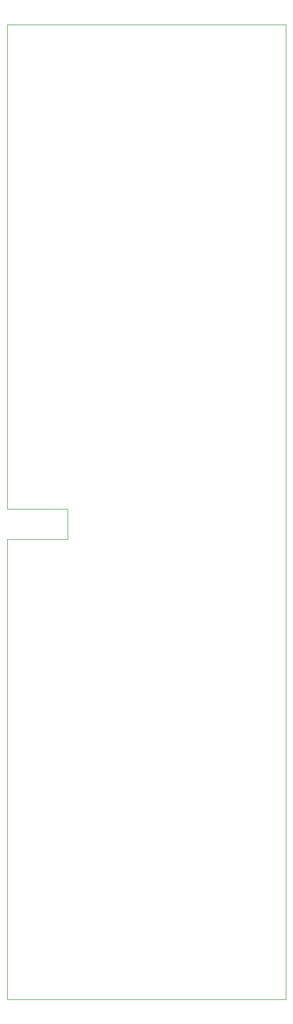
<source format=gm1>
G04 #@! TF.GenerationSoftware,KiCad,Pcbnew,6.0.4-6f826c9f35~116~ubuntu20.04.1*
G04 #@! TF.CreationDate,2022-05-05T18:39:35-04:00*
G04 #@! TF.ProjectId,arrm,6172726d-2e6b-4696-9361-645f70636258,rev?*
G04 #@! TF.SameCoordinates,Original*
G04 #@! TF.FileFunction,Profile,NP*
%FSLAX46Y46*%
G04 Gerber Fmt 4.6, Leading zero omitted, Abs format (unit mm)*
G04 Created by KiCad (PCBNEW 6.0.4-6f826c9f35~116~ubuntu20.04.1) date 2022-05-05 18:39:35*
%MOMM*%
%LPD*%
G01*
G04 APERTURE LIST*
G04 #@! TA.AperFunction,Profile*
%ADD10C,0.100000*%
G04 #@! TD*
G04 APERTURE END LIST*
D10*
X123000000Y-24000000D02*
X123000000Y-185000000D01*
X77000000Y-185000000D02*
X77000000Y-109000000D01*
X87000000Y-104000000D02*
X87000000Y-109000000D01*
X123000000Y-185000000D02*
X77000000Y-185000000D01*
X77000000Y-104000000D02*
X87000000Y-104000000D01*
X87000000Y-109000000D02*
X77000000Y-109000000D01*
X77000000Y-24000000D02*
X123000000Y-24000000D01*
X77000000Y-104000000D02*
X77000000Y-24000000D01*
M02*

</source>
